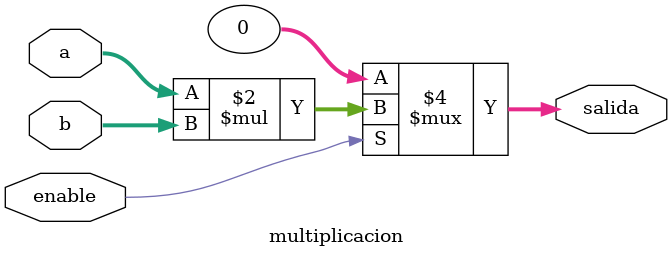
<source format=v>
module multiplicacion(
	input [31:0]a,
	input [31:0]b,
	input enable,
	output reg [31:0]salida
);
always@*
begin
	if(enable)
	begin
		salida = a*b;
	end
	else
	begin
		salida = 0;
	end
end
endmodule
</source>
